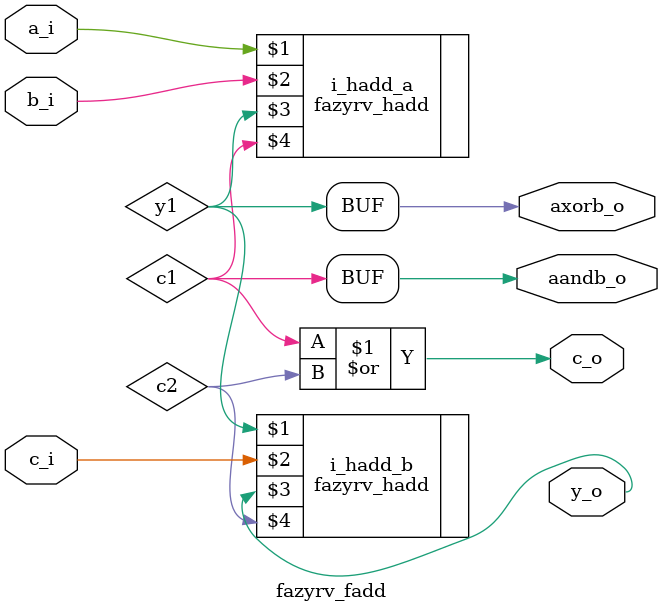
<source format=v>

module fazyrv_fadd
(
  input  wire a_i,
  input  wire b_i,
  input  wire c_i,
  output wire y_o,
  output wire c_o,
  output wire axorb_o,
  output wire aandb_o
);

wire y1, c1, c2;

fazyrv_hadd i_hadd_a (a_i, b_i, y1,  c1);
fazyrv_hadd i_hadd_b (y1,  c_i, y_o, c2);

assign axorb_o = y1;
assign aandb_o = c1;
assign c_o = c1 | c2;

endmodule


</source>
